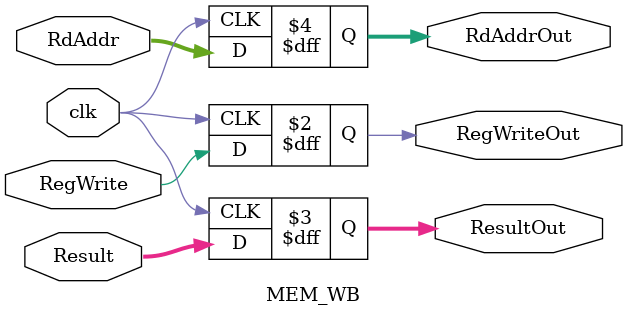
<source format=v>
module MEM_WB(
	// Outputs
	output reg RegWriteOut,
	output reg [31:0]ResultOut,
	output reg [4:0]RdAddrOut,
	// Inputs
	input wire RegWrite,
	input wire [31:0]Result,
	input wire [4:0]RdAddr,
	input wire clk
);

	always @ (posedge clk)
	begin
		RegWriteOut <= RegWrite;
		ResultOut <= Result;
		RdAddrOut <= RdAddr;
	end
endmodule
</source>
